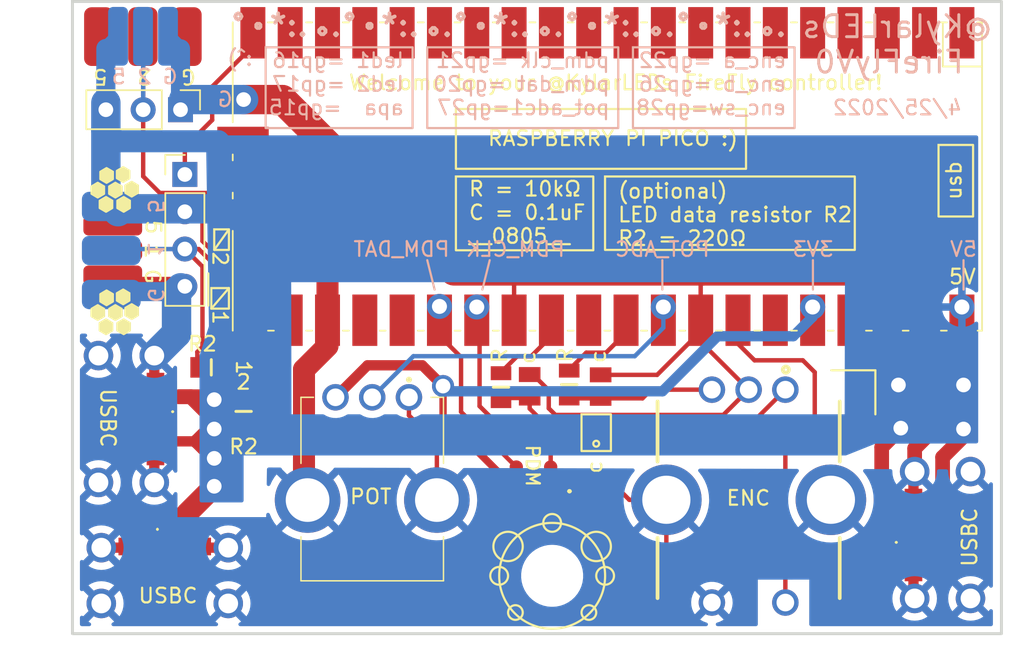
<source format=kicad_pcb>
(kicad_pcb (version 20211014) (generator pcbnew)
  (layers (0 "F.Cu" signal) (31 "B.Cu" signal) (34 "B.Paste" user) (35 "F.Paste" user) (36 "B.SilkS" user "B.Silkscreen") (37 "F.SilkS" user "F.Silkscreen") (38 "B.Mask" user) (39 "F.Mask" user) (44 "Edge.Cuts" user))
  (net 0 "")
  (net 2 "GND")
  (net 6 "LED_DATA_1")
  (net 7 "LED_DATA_2")
  (net 8 "PDM_DATA")
  (net 9 "PDM_CLK")
  (net 10 "ENC_A")
  (net 11 "ENC_B")
  (net 12 "ENC_SW")
  (net 25 "APA_1")
  (net 33 "5V")
  (net 34 "3V3")
  (net 44 "POT_ADC")
  (net 45 "/A")
  (net 46 "/B")
  (footprint "SamacSys_Parts:PEC12R-4XXXF-SXXXX_court" (layer "F.Cu") (at 59.373821 46.82 180)
    (fp_text reference "U1" hide)
    (fp_text value "PEC12R-4215F-S0024" hide)
    (pad "1" thru_hole circle (at -2.5 7.5 180) (size 1.8 1.8) (drill 1.2) (layers *.Cu *.Mask) (net 45 "/A"))
    (pad "2" thru_hole circle (at 2.5 7.5 180) (size 1.8 1.8) (drill 1.2) (layers *.Cu *.Mask) (net 46 "/B"))
    (pad "3" thru_hole circle (at 0 7.5 180) (size 1.8 1.8) (drill 1.2) (layers *.Cu *.Mask) (net 2 "GND"))
    (pad "4" thru_hole circle (at -2.5 -7 180) (size 1.8 1.8) (drill 1.2) (layers *.Cu *.Mask) (net 12 "ENC_SW"))
    (pad "5" thru_hole circle (at 2.5 -7 180) (size 1.8 1.8) (drill 1.2) (layers *.Cu *.Mask) (net 2 "GND"))
    (pad "6" thru_hole circle (at 5.6 0 180) (size 4.8 4.8) (drill 3.28) (layers *.Cu *.Mask) (net 2 "GND"))
    (pad "7" thru_hole circle (at -5.6 0 180) (size 4.8 4.8) (drill 3.28) (layers *.Cu *.Mask) (net 2 "GND"))
  )
  (footprint "Connector_PinHeader_2.54mm:PinHeader_1x04_P2.54mm_Vertical" (layer "F.Cu") (at 21 24.66)
    (fp_text reference "J4" hide)
    (fp_text value "Conn_01x04")
    (pad "1" thru_hole rect (at 0 0) (size 1.7 1.7) (drill 1) (layers *.Cu *.Mask) (net 25 "APA_1"))
    (pad "2" thru_hole oval (at 0 2.54) (size 1.7 1.7) (drill 1) (layers *.Cu *.Mask) (net 33 "5V"))
    (pad "3" thru_hole oval (at 0 5.08) (size 1.7 1.7) (drill 1) (layers *.Cu *.Mask) (net 6 "LED_DATA_1"))
    (pad "4" thru_hole oval (at 0 7.62) (size 1.7 1.7) (drill 1) (layers *.Cu *.Mask) (net 2 "GND"))
  )
  (footprint "SamacSys_Parts:USB4125GFA0190_nosilk" (layer "F.Cu") (at 15.921321 41.32 -90)
    (fp_text reference "J1" hide)
    (fp_text value "USB4125-GF-A-0190" hide)
    (pad "A5" smd rect (at -0.5 -3.08 270) (size 0.7 1.2) (layers "F.Cu" "F.Paste" "F.Mask"))
    (pad "A9" smd rect (at 1.52 -3.08 270) (size 0.76 1.2) (layers "F.Cu" "F.Paste" "F.Mask") (net 33 "5V"))
    (pad "A12" smd rect (at 2.75 -3.08 270) (size 0.8 1.2) (layers "F.Cu" "F.Paste" "F.Mask") (net 2 "GND"))
    (pad "B5" smd rect (at 0.5 -3.08 270) (size 0.7 1.2) (layers "F.Cu" "F.Paste" "F.Mask"))
    (pad "B9" smd rect (at -1.52 -3.08 270) (size 0.76 1.2) (layers "F.Cu" "F.Paste" "F.Mask") (net 33 "5V"))
    (pad "B12" smd rect (at -2.75 -3.08 270) (size 0.8 1.2) (layers "F.Cu" "F.Paste" "F.Mask") (net 2 "GND"))
    (pad "MH1" thru_hole circle (at -4.32 -3 270) (size 2.01 2.01) (drill 1.34) (layers *.Cu *.Mask) (net 2 "GND"))
    (pad "MH2" thru_hole circle (at -4.32 0.8 270) (size 2.01 2.01) (drill 1.34) (layers *.Cu *.Mask) (net 2 "GND"))
    (pad "MH3" thru_hole circle (at 4.32 0.8 270) (size 2.01 2.01) (drill 1.34) (layers *.Cu *.Mask) (net 2 "GND"))
    (pad "MH4" thru_hole circle (at 4.32 -3 270) (size 2.01 2.01) (drill 1.34) (layers *.Cu *.Mask) (net 2 "GND"))
  )
  (footprint "kylarLEDs:ledstrip_3pin_5mm" (layer "F.Cu") (at 16.093821 31.54 180)
    (fp_text reference "LEDS1" hide)
    (fp_text value "ledstrip_3pin_5mm")
    (pad "1" smd roundrect (at 0 0 180) (size 4 1.35) (layers "F.Cu" "F.Paste" "F.Mask") (net 2 "GND"))
    (pad "2" smd roundrect (at 0 1.7 180) (size 4 1.35) (layers "F.Cu" "F.Paste" "F.Mask") (net 6 "LED_DATA_1"))
    (pad "3" smd roundrect (at 0 3.4 180) (size 4 1.35) (layers "F.Cu" "F.Paste" "F.Mask") (net 33 "5V"))
  )
  (footprint "SamacSys_Parts:USB4125GFA0190_nosilk" (layer "F.Cu") (at 73.673821 49.22 90)
    (fp_text reference "J3" hide)
    (fp_text value "USB4125-GF-A-0190" hide)
    (pad "A5" smd rect (at -0.5 -3.08 90) (size 0.7 1.2) (layers "F.Cu" "F.Paste" "F.Mask"))
    (pad "A9" smd rect (at 1.52 -3.08 90) (size 0.76 1.2) (layers "F.Cu" "F.Paste" "F.Mask") (net 33 "5V"))
    (pad "A12" smd rect (at 2.75 -3.08 90) (size 0.8 1.2) (layers "F.Cu" "F.Paste" "F.Mask") (net 2 "GND"))
    (pad "B5" smd rect (at 0.5 -3.08 90) (size 0.7 1.2) (layers "F.Cu" "F.Paste" "F.Mask"))
    (pad "B9" smd rect (at -1.52 -3.08 90) (size 0.76 1.2) (layers "F.Cu" "F.Paste" "F.Mask") (net 33 "5V"))
    (pad "B12" smd rect (at -2.75 -3.08 90) (size 0.8 1.2) (layers "F.Cu" "F.Paste" "F.Mask") (net 2 "GND"))
    (pad "MH1" thru_hole circle (at -4.32 -3 90) (size 2.01 2.01) (drill 1.34) (layers *.Cu *.Mask) (net 2 "GND"))
    (pad "MH2" thru_hole circle (at -4.32 0.8 90) (size 2.01 2.01) (drill 1.34) (layers *.Cu *.Mask) (net 2 "GND"))
    (pad "MH3" thru_hole circle (at 4.32 0.8 90) (size 2.01 2.01) (drill 1.34) (layers *.Cu *.Mask) (net 2 "GND"))
    (pad "MH4" thru_hole circle (at 4.32 -3 90) (size 2.01 2.01) (drill 1.34) (layers *.Cu *.Mask) (net 2 "GND"))
  )
  (footprint "SamacSys_Parts:RESC2012X60N" (layer "F.Cu") (at 25 40.8 90)
    (fp_text reference "R**" hide)
    (fp_text value "RESC2012X60N" hide)
    (pad "1" smd rect locked (at -0.95 0 90) (size 0.95 1.4) (layers "F.Cu" "F.Paste" "F.Mask") (net 7 "LED_DATA_2"))
    (pad "2" smd rect locked (at 0.95 0 90) (size 0.95 1.4) (layers "F.Cu" "F.Paste" "F.Mask") (net 7 "LED_DATA_2"))
  )
  (footprint "SamacSys_Parts:USB4125GFA0190_nosilk" (layer "F.Cu") (at 19.633821 53.0825)
    (fp_text reference "J2" hide)
    (fp_text value "USB4125-GF-A-0190" hide)
    (pad "A5" smd rect (at -0.5 -3.08) (size 0.7 1.2) (layers "F.Cu" "F.Paste" "F.Mask"))
    (pad "A9" smd rect (at 1.52 -3.08) (size 0.76 1.2) (layers "F.Cu" "F.Paste" "F.Mask") (net 33 "5V"))
    (pad "A12" smd rect (at 2.75 -3.08) (size 0.8 1.2) (layers "F.Cu" "F.Paste" "F.Mask") (net 2 "GND"))
    (pad "B5" smd rect (at 0.5 -3.08) (size 0.7 1.2) (layers "F.Cu" "F.Paste" "F.Mask"))
    (pad "B9" smd rect (at -1.52 -3.08) (size 0.76 1.2) (layers "F.Cu" "F.Paste" "F.Mask") (net 33 "5V"))
    (pad "B12" smd rect (at -2.75 -3.08) (size 0.8 1.2) (layers "F.Cu" "F.Paste" "F.Mask") (net 2 "GND"))
    (pad "MH1" thru_hole circle (at -4.32 -3) (size 2.01 2.01) (drill 1.34) (layers *.Cu *.Mask) (net 2 "GND"))
    (pad "MH2" thru_hole circle (at -4.32 0.8) (size 2.01 2.01) (drill 1.34) (layers *.Cu *.Mask) (net 2 "GND"))
    (pad "MH3" thru_hole circle (at 4.32 0.8) (size 2.01 2.01) (drill 1.34) (layers *.Cu *.Mask) (net 2 "GND"))
    (pad "MH4" thru_hole circle (at 4.32 -3) (size 2.01 2.01) (drill 1.34) (layers *.Cu *.Mask) (net 2 "GND"))
  )
  (footprint "Connector_PinHeader_2.54mm:PinHeader_1x03_P2.54mm_Vertical" (layer "F.Cu") (at 20.703821 20.25 -90)
    (fp_text reference "J5" hide)
    (fp_text value "Conn_01x03" hide)
    (pad "1" thru_hole rect (at 0 0 270) (size 1.7 1.7) (drill 1) (layers *.Cu *.Mask) (net 2 "GND"))
    (pad "2" thru_hole oval (at 0 2.54 270) (size 1.7 1.7) (drill 1) (layers *.Cu *.Mask) (net 7 "LED_DATA_2"))
    (pad "3" thru_hole oval (at 0 5.08 270) (size 1.7 1.7) (drill 1) (layers *.Cu *.Mask) (net 33 "5V"))
  )
  (footprint "MCU_RaspberryPi_and_Boards:RPi_Pico_SMD_TH_removes2" (layer "F.Cu") (at 49.76 24.8 -90)
    (fp_text reference "U2" hide)
    (fp_text value "Pico")
    (pad "1" smd rect (at -8.89 -24.13 270) (size 3.5 1.7) (drill (offset -0.9 0)) (layers "F.Cu" "F.Mask"))
    (pad "2" smd rect (at -8.89 -21.59 270) (size 3.5 1.7) (drill (offset -0.9 0)) (layers "F.Cu" "F.Mask"))
    (pad "3" smd rect (at -8.89 -19.05 270) (size 3.5 1.7) (drill (offset -0.9 0)) (layers "F.Cu" "F.Mask"))
    (pad "4" smd rect (at -8.89 -16.51 270) (size 3.5 1.7) (drill (offset -0.9 0)) (layers "F.Cu" "F.Mask"))
    (pad "5" smd rect (at -8.89 -13.97 270) (size 3.5 1.7) (drill (offset -0.9 0)) (layers "F.Cu" "F.Mask"))
    (pad "6" smd rect (at -8.89 -11.43 270) (size 3.5 1.7) (drill (offset -0.9 0)) (layers "F.Cu" "F.Mask"))
    (pad "7" smd rect (at -8.89 -8.89 270) (size 3.5 1.7) (drill (offset -0.9 0)) (layers "F.Cu" "F.Mask"))
    (pad "8" smd rect (at -8.89 -6.35 270) (size 3.5 1.7) (drill (offset -0.9 0)) (layers "F.Cu" "F.Mask"))
    (pad "9" smd rect (at -8.89 -3.81 270) (size 3.5 1.7) (drill (offset -0.9 0)) (layers "F.Cu" "F.Mask"))
    (pad "10" smd rect (at -8.89 -1.27 270) (size 3.5 1.7) (drill (offset -0.9 0)) (layers "F.Cu" "F.Mask"))
    (pad "11" smd rect (at -8.89 1.27 270) (size 3.5 1.7) (drill (offset -0.9 0)) (layers "F.Cu" "F.Mask"))
    (pad "12" smd rect (at -8.89 3.81 270) (size 3.5 1.7) (drill (offset -0.9 0)) (layers "F.Cu" "F.Mask"))
    (pad "13" smd rect (at -8.89 6.35 270) (size 3.5 1.7) (drill (offset -0.9 0)) (layers "F.Cu" "F.Mask"))
    (pad "14" smd rect (at -8.89 8.89 270) (size 3.5 1.7) (drill (offset -0.9 0)) (layers "F.Cu" "F.Mask"))
    (pad "15" smd rect (at -8.89 11.43 270) (size 3.5 1.7) (drill (offset -0.9 0)) (layers "F.Cu" "F.Mask"))
    (pad "16" smd rect (at -8.89 13.97 270) (size 3.5 1.7) (drill (offset -0.9 0)) (layers "F.Cu" "F.Mask"))
    (pad "17" smd rect (at -8.89 16.51 270) (size 3.5 1.7) (drill (offset -0.9 0)) (layers "F.Cu" "F.Mask"))
    (pad "18" smd rect (at -8.89 19.05 270) (size 3.5 1.7) (drill (offset -0.9 0)) (layers "F.Cu" "F.Mask"))
    (pad "19" smd rect (at -8.89 21.59 270) (size 3.5 1.7) (drill (offset -0.9 0)) (layers "F.Cu" "F.Mask"))
    (pad "20" smd rect (at -8.89 24.13 270) (size 3.5 1.7) (drill (offset -0.9 0)) (layers "F.Cu" "F.Mask") (net 25 "APA_1"))
    (pad "21" smd rect (at 8.89 24.13 270) (size 3.5 1.7) (drill (offset 0.9 0)) (layers "F.Cu" "F.Mask") (net 6 "LED_DATA_1"))
    (pad "22" smd rect (at 8.89 21.59 270) (size 3.5 1.7) (drill (offset 0.9 0)) (layers "F.Cu" "F.Mask") (net 7 "LED_DATA_2"))
    (pad "23" smd rect (at 8.89 19.05 270) (size 3.5 1.7) (drill (offset 0.9 0)) (layers "F.Cu" "F.Mask") (net 2 "GND"))
    (pad "24" smd rect (at 8.89 16.51 270) (size 3.5 1.7) (drill (offset 0.9 0)) (layers "F.Cu" "F.Mask"))
    (pad "25" smd rect (at 8.89 13.97 270) (size 3.5 1.7) (drill (offset 0.9 0)) (layers "F.Cu" "F.Mask"))
    (pad "26" smd rect (at 8.89 11.43 270) (size 3.5 1.7) (drill (offset 0.9 0)) (layers "F.Cu" "F.Mask") (net 8 "PDM_DATA"))
    (pad "26" thru_hole oval (at 8.85 11.43 270) (size 1.7 1.7) (drill 1.02) (layers *.Cu *.Mask) (net 8 "PDM_DATA"))
    (pad "27" thru_hole oval (at 8.89 8.89 270) (size 1.7 1.7) (drill 1.02) (layers *.Cu *.Mask) (net 9 "PDM_CLK"))
    (pad "27" smd rect (at 8.89 8.89 270) (size 3.5 1.7) (drill (offset 0.9 0)) (layers "F.Cu" "F.Mask") (net 9 "PDM_CLK"))
    (pad "28" smd rect (at 8.89 6.35 270) (size 3.5 1.7) (drill (offset 0.9 0)) (layers "F.Cu" "F.Mask") (net 2 "GND"))
    (pad "29" smd rect (at 8.89 3.81 270) (size 3.5 1.7) (drill (offset 0.9 0)) (layers "F.Cu" "F.Mask") (net 10 "ENC_A"))
    (pad "30" smd rect (at 8.89 1.27 270) (size 3.5 1.7) (drill (offset 0.9 0)) (layers "F.Cu" "F.Mask"))
    (pad "31" smd rect (at 8.89 -1.27 270) (size 3.5 1.7) (drill (offset 0.9 0)) (layers "F.Cu" "F.Mask") (net 11 "ENC_B"))
    (pad "32" thru_hole oval (at 8.89 -3.81 270) (size 1.7 1.7) (drill 1.02) (layers *.Cu *.Mask) (net 44 "POT_ADC"))
    (pad "32" smd rect (at 8.89 -3.81 270) (size 3.5 1.7) (drill (offset 0.9 0)) (layers "F.Cu" "F.Mask") (net 44 "POT_ADC"))
    (pad "33" smd rect (at 8.89 -6.35 270) (size 3.5 1.7) (drill (offset 0.9 0)) (layers "F.Cu" "F.Mask") (net 2 "GND"))
    (pad "34" smd rect (at 8.89 -8.89 270) (size 3.5 1.7) (drill (offset 0.9 0)) (layers "F.Cu" "F.Mask") (net 12 "ENC_SW"))
    (pad "35" smd rect (at 8.89 -11.43 270) (size 3.5 1.7) (drill (offset 0.9 0)) (layers "F.Cu" "F.Mask"))
    (pad "36" thru_hole oval (at 8.89 -13.97 270) (size 1.7 1.7) (drill 1.02) (layers *.Cu *.Mask) (net 34 "3V3"))
    (pad "36" smd rect (at 8.89 -13.97 270) (size 3.5 1.7) (drill (offset 0.9 0)) (layers "F.Cu" "F.Mask") (net 34 "3V3"))
    (pad "37" smd rect (at 8.89 -16.51 270) (size 3.5 1.7) (drill (offset 0.9 0)) (layers "F.Cu" "F.Mask"))
    (pad "38" smd rect (at 8.89 -19.05 270) (size 3.5 1.7) (drill (offset 0.9 0)) (layers "F.Cu" "F.Mask") (net 2 "GND"))
    (pad "39" smd rect (at 8.89 -21.59 270) (size 3.5 1.7) (drill (offset 0.9 0)) (layers "F.Cu" "F.Mask"))
    (pad "40" thru_hole oval (at 8.89 -24.13 270) (size 1.7 1.7) (drill 1.02) (layers *.Cu *.Mask) (net 33 "5V"))
    (pad "40" smd rect (at 8.89 -24.13 270) (size 3.5 1.7) (drill (offset 0.9 0)) (layers "F.Cu" "F.Mask") (net 33 "5V"))
    (pad "41" smd rect (at -2.54 23.9) (size 3.5 1.7) (drill (offset -0.9 0)) (layers "F.Cu" "F.Mask"))
    (pad "42" smd rect (at 0 23.9) (size 3.5 1.7) (drill (offset -0.9 0)) (layers "F.Cu" "F.Mask"))
    (pad "43" smd rect (at 2.54 23.9) (size 3.5 1.7) (drill (offset -0.9 0)) (layers "F.Cu" "F.Mask"))
  )
  (footprint "SamacSys_Parts:RESC2012X60N" (layer "F.Cu") (at 47.16 38.97 -90)
    (fp_text reference "R2" hide)
    (fp_text value "RC0805JR-071M6L" hide)
    (pad "1" smd rect locked (at -0.95 0 270) (size 0.95 1.4) (layers "F.Cu" "F.Paste" "F.Mask") (net 11 "ENC_B"))
    (pad "2" smd rect locked (at 0.95 0 270) (size 0.95 1.4) (layers "F.Cu" "F.Paste" "F.Mask") (net 46 "/B"))
  )
  (footprint "SamacSys_Parts:RESC2012X60N" (layer "F.Cu") (at 22.8 37.8)
    (fp_text reference "R**" hide)
    (fp_text value "RESC2012X60N" hide)
    (pad "1" smd rect locked (at -0.95 0) (size 0.95 1.4) (layers "F.Cu" "F.Paste" "F.Mask") (net 6 "LED_DATA_1"))
    (pad "2" smd rect locked (at 0.95 0) (size 0.95 1.4) (layers "F.Cu" "F.Paste" "F.Mask") (net 6 "LED_DATA_1"))
  )
  (footprint "SamacSys_Parts:PTV09A4020FB103" (layer "F.Cu") (at 33.753821 45.44 180)
    (fp_text reference "VR1" hide)
    (fp_text value "PTV09A-4020F-B104" hide)
    (pad "1" thru_hole circle locked (at -2.5 5.6 180) (size 1.8 1.8) (drill 1.2) (layers *.Cu *.Mask) (net 2 "GND"))
    (pad "2" thru_hole circle locked (at 0 5.6 180) (size 1.8 1.8) (drill 1.2) (layers *.Cu *.Mask) (net 44 "POT_ADC"))
    (pad "3" thru_hole circle locked (at 2.5 5.6 180) (size 1.8 1.8) (drill 1.2) (layers *.Cu *.Mask) (net 34 "3V3"))
    (pad "4" thru_hole circle locked (at -4.4 -1.4 180) (size 4.46 4.46) (drill 2.9732) (layers *.Cu *.Mask) (net 2 "GND"))
    (pad "5" thru_hole circle locked (at 4.4 -1.4 180) (size 4.46 4.46) (drill 2.9732) (layers *.Cu *.Mask) (net 2 "GND"))
  )
  (footprint "kylarLEDs:ledstrip_3pin_10mm" (layer "F.Cu") (at 23.143821 15.27 -90)
    (fp_text reference "LEDS2" hide)
    (fp_text value "ledstrip_3pin_10mm" hide)
    (pad "1" smd roundrect (at 0 2 270) (size 4 2) (layers "F.Cu" "F.Paste" "F.Mask") (net 2 "GND"))
    (pad "2" smd roundrect (at 0 5 270) (size 4 2) (layers "F.Cu" "F.Paste" "F.Mask") (net 7 "LED_DATA_2"))
    (pad "3" smd roundrect (at 0 8 270) (size 4 2) (layers "F.Cu" "F.Paste" "F.Mask") (net 33 "5V"))
  )
  (footprint "SamacSys_Parts:CMM4737DT26186TR" (layer "F.Cu") (at 44.73 44.59 180)
    (fp_text reference "MK1" hide)
    (fp_text value "CMM-4737DT-26186-TR" hide)
    (pad "1" smd circle locked (at -1.17 -1.65 270) (size 0.91 0.91) (layers "F.Cu" "F.Paste" "F.Mask") (net 2 "GND"))
    (pad "2" smd circle locked (at -1.17 0 270) (size 0.91 0.91) (layers "F.Cu" "F.Paste" "F.Mask") (net 2 "GND"))
    (pad "3" smd circle locked (at -1.17 1.65 270) (size 0.91 0.91) (layers "F.Cu" "F.Paste" "F.Mask") (net 2 "GND"))
    (pad "4" smd circle locked (at 1.17 1.65 270) (size 0.91 0.91) (layers "F.Cu" "F.Paste" "F.Mask") (net 9 "PDM_CLK"))
    (pad "5" smd circle locked (at 1.17 0 270) (size 0.91 0.91) (layers "F.Cu" "F.Paste" "F.Mask") (net 8 "PDM_DATA"))
    (pad "6" smd oval locked (at 1.07 -1.55 225) (size 0.91 1.11) (layers "F.Cu" "F.Paste" "F.Mask") (net 34 "3V3"))
  )
  (footprint "SamacSys_Parts:CAPC2012X88N" (layer "F.Cu") (at 48.97 46.43 90)
    (fp_text reference "C3" hide)
    (fp_text value "C0805C104M5RAC" hide)
    (pad "1" smd rect locked (at -0.8 0 90) (size 1.02 1.47) (layers "F.Cu" "F.Paste" "F.Mask") (net 34 "3V3"))
    (pad "2" smd rect locked (at 0.8 0 90) (size 1.02 1.47) (layers "F.Cu" "F.Paste" "F.Mask") (net 2 "GND"))
  )
  (footprint "MountingHole:MountingHole_3.2mm_M3_ISO7380" (layer "F.Cu") (at 46 52)
    (fp_text reference "REF**" hide)
    (fp_text value "MountingHole_3.2mm_M3_ISO7380")
    (pad "" np_thru_hole circle (at 0 0) (size 3.2 3.2) (drill 3.2) (layers *.Cu *.Mask))
  )
  (footprint "SamacSys_Parts:RESC2012X60N" (layer "F.Cu") (at 42.52 39.15 -90)
    (fp_text reference "R1" hide)
    (fp_text value "RC0805JR-071M6L" hide)
    (pad "1" smd rect locked (at -0.95 0 270) (size 0.95 1.4) (layers "F.Cu" "F.Paste" "F.Mask") (net 10 "ENC_A"))
    (pad "2" smd rect locked (at 0.95 0 270) (size 0.95 1.4) (layers "F.Cu" "F.Paste" "F.Mask") (net 45 "/A"))
  )
  (footprint "SamacSys_Parts:CAPC2012X88N" (layer "F.Cu") (at 44.47 39.09 -90)
    (fp_text reference "C1" hide)
    (fp_text value "C0805C104M5RAC" hide)
    (pad "1" smd rect locked (at -0.8 0 270) (size 1.02 1.47) (layers "F.Cu" "F.Paste" "F.Mask") (net 2 "GND"))
    (pad "2" smd rect locked (at 0.8 0 270) (size 1.02 1.47) (layers "F.Cu" "F.Paste" "F.Mask") (net 45 "/A"))
  )
  (footprint "SamacSys_Parts:CAPC2012X88N" (layer "F.Cu") (at 49.3 39.11 90)
    (fp_text reference "C2" hide)
    (fp_text value "C0805C104M5RAC" hide)
    (pad "1" smd rect locked (at -0.8 0 90) (size 1.02 1.47) (layers "F.Cu" "F.Paste" "F.Mask") (net 46 "/B"))
    (pad "2" smd rect locked (at 0.8 0 90) (size 1.02 1.47) (layers "F.Cu" "F.Paste" "F.Mask") (net 2 "GND"))
  )
  (footprint "kylarLEDs:ledstrip_3pin_5mm" (layer "B.Cu") (at 19.853821 15.25 90)
    (fp_text reference "LEDS3" hide)
    (fp_text value "ledstrip_3pin_5mm" hide)
    (pad "1" smd roundrect (at 0 0 90) (size 4 1.35) (layers "B.Cu" "B.Paste" "B.Mask") (net 2 "GND"))
    (pad "2" smd roundrect (at 0 -1.7 90) (size 4 1.35) (layers "B.Cu" "B.Paste" "B.Mask") (net 7 "LED_DATA_2"))
    (pad "3" smd roundrect (at 0 -3.4 90) (size 4 1.35) (layers "B.Cu" "B.Paste" "B.Mask") (net 33 "5V"))
  )
  (footprint "kylarLEDs:ledstrip_3pin_10mm" (layer "B.Cu") (at 15.993821 34.84)
    (fp_text reference "LEDS4" hide)
    (fp_text value "ledstrip_3pin_10mm")
    (pad "1" smd roundrect (at 0 -2) (size 4 2) (layers "B.Cu" "B.Paste" "B.Mask") (net 2 "GND"))
    (pad "2" smd roundrect (at 0 -5) (size 4 2) (layers "B.Cu" "B.Paste" "B.Mask") (net 6 "LED_DATA_1"))
    (pad "3" smd roundrect (at 0 -8) (size 4 2) (layers "B.Cu" "B.Paste" "B.Mask") (net 33 "5V"))
  )
  (gr_line (start 53.5 32.5) (end 53.5 30.5) (layer "B.SilkS") (width 0.15))
  (gr_line (start 38 32.5) (end 37.5 30.5) (layer "B.SilkS") (width 0.15))
  (gr_rect (start 37.5 16) (end 50.5 21.5) (layer "B.SilkS") (width 0.15) (fill none))
  (gr_rect (start 51.5 16) (end 62.5 21.5) (layer "B.SilkS") (width 0.15) (fill none))
  (gr_line (start 41.75 30.5) (end 41.25 32.5) (layer "B.SilkS") (width 0.15))
  (gr_line (start 63.75 32.5) (end 63.75 30.5) (layer "B.SilkS") (width 0.15))
  (gr_rect (start 26.5 16) (end 36.5 21.5) (layer "B.SilkS") (width 0.15) (fill none))
  (gr_line (start 74 32.5) (end 74 30.5) (layer "B.SilkS") (width 0.15))
  (gr_circle (center 48.5 54.5) (end 48 54.5) (layer "F.SilkS") (width 0.15) (fill none))
  (gr_poly (pts (xy 15.637194 26.199316) (xy 16.057194 26.449316) (xy 16.057194 26.949316) (xy 15.637194 27.199316) (xy 15.207194 26.949316) (xy 15.207194 26.449316)) (layer "F.SilkS") (width 0.15) (fill solid))
  (gr_poly (pts (xy 15.67 25.227692) (xy 15.25 24.977692) (xy 15.25 24.477692) (xy 15.67 24.227692) (xy 16.1 24.477692) (xy 16.1 24.977692)) (layer "F.SilkS") (width 0.15) (fill solid))
  (gr_poly (pts (xy 15.67 33.564188) (xy 15.25 33.314188) (xy 15.25 32.814188) (xy 15.67 32.564188) (xy 16.1 32.814188) (xy 16.1 33.314188)) (layer "F.SilkS") (width 0.15) (fill solid))
  (gr_rect (start 49.6 24.8) (end 66.6 29.8) (layer "F.SilkS") (width 0.15) (fill none))
  (gr_rect (start 23 28.4) (end 24 29.8) (layer "F.SilkS") (width 0.15) (fill none))
  (gr_poly (pts (xy 16.803597 24.163504) (xy 17.223597 24.413504) (xy 17.223597 24.913504) (xy 16.803597 25.163504) (xy 16.373597 24.913504) (xy 16.373597 24.413504)) (layer "F.SilkS") (width 0.15) (fill solid))
  (gr_circle (center 43.5 54.5) (end 44 54.5) (layer "F.SilkS") (width 0.15) (fill none))
  (gr_circle (center 49 50) (end 48 50) (layer "F.SilkS") (width 0.15) (fill none))
  (gr_poly (pts (xy 16.27 26.227692) (xy 15.85 25.977692) (xy 15.85 25.477692) (xy 16.27 25.227692) (xy 16.7 25.477692) (xy 16.7 25.977692)) (layer "F.SilkS") (width 0.15) (fill solid))
  (gr_poly (pts (xy 15.07 34.564188) (xy 14.65 34.314188) (xy 14.65 33.814188) (xy 15.07 33.564188) (xy 15.5 33.814188) (xy 15.5 34.314188)) (layer "F.SilkS") (width 0.15) (fill solid))
  (gr_poly (pts (xy 17.383597 33.5) (xy 17.803597 33.75) (xy 17.803597 34.25) (xy 17.383597 34.5) (xy 16.953597 34.25) (xy 16.953597 33.75)) (layer "F.SilkS") (width 0.15) (fill solid))
  (gr_circle (center 42.394449 52) (end 43 52) (layer "F.SilkS") (width 0.15) (fill none))
  (gr_line (start 22.6 31.4) (end 22.6 33.6) (layer "F.SilkS") (width 0.15))
  (gr_poly (pts (xy 17.383597 25.163504) (xy 17.803597 25.413504) (xy 17.803597 25.913504) (xy 17.383597 26.163504) (xy 16.953597 25.913504) (xy 16.953597 25.413504)) (layer "F.SilkS") (width 0.15) (fill solid))
  (gr_circle (center 49 43) (end 49 42.8) (layer "F.SilkS") (width 0.15) (fill none))
  (gr_rect (start 72.3 22.65) (end 74.65 27.525) (layer "F.SilkS") (width 0.15) (fill none))
  (gr_poly (pts (xy 16.837194 34.535812) (xy 17.257194 34.785812) (xy 17.257194 35.285812) (xy 16.837194 35.535812) (xy 16.407194 35.285812) (xy 16.407194 34.785812)) (layer "F.SilkS") (width 0.15) (fill solid))
  (gr_line (start 22.8 33.8) (end 24 32.4) (layer "F.SilkS") (width 0.15))
  (gr_rect (start 39.45 20.2) (end 59.196164 24.275) (layer "F.SilkS") (width 0.15) (fill none))
  (gr_circle (center 43 50) (end 44 50) (layer "F.SilkS") (width 0.15) (fill none))
  (gr_line (start 68 38) (end 68 41) (layer "F.SilkS") (width 0.15))
  (gr_rect (start 48 41) (end 50 43.5) (layer "F.SilkS") (width 0.15) (fill none))
  (gr_rect (start 22.8 32.4) (end 24 33.8) (layer "F.SilkS") (width 0.15) (fill none))
  (gr_circle (center 46 52) (end 48 55) (layer "F.SilkS") (width 0.15) (fill none))
  (gr_poly (pts (xy 16.837194 26.199316) (xy 17.257194 26.449316) (xy 17.257194 26.949316) (xy 16.837194 27.199316) (xy 16.407194 26.949316) (xy 16.407194 26.449316)) (layer "F.SilkS") (width 0.15) (fill solid))
  (gr_poly (pts (xy 16.803597 32.5) (xy 17.223597 32.75) (xy 17.223597 33.25) (xy 16.803597 33.5) (xy 16.373597 33.25) (xy 16.373597 32.75)) (layer "F.SilkS") (width 0.15) (fill solid))
  (gr_poly (pts (xy 16.27 34.564188) (xy 15.85 34.314188) (xy 15.85 33.814188) (xy 16.27 33.564188) (xy 16.7 33.814188) (xy 16.7 34.314188)) (layer "F.SilkS") (width 0.15) (fill solid))
  (gr_poly (pts (xy 15.637194 34.535812) (xy 16.057194 34.785812) (xy 16.057194 35.285812) (xy 15.637194 35.535812) (xy 15.207194 35.285812) (xy 15.207194 34.785812)) (layer "F.SilkS") (width 0.15) (fill solid))
  (gr_line (start 23 29.8) (end 24 28.4) (layer "F.SilkS") (width 0.15))
  (gr_poly (pts (xy 15.07 26.227692) (xy 14.65 25.977692) (xy 14.65 25.477692) (xy 15.07 25.227692) (xy 15.5 25.477692) (xy 15.5 25.977692)) (layer "F.SilkS") (width 0.15) (fill solid))
  (gr_circle (center 46 48.394449) (end 46 49) (layer "F.SilkS") (width 0.15) (fill none))
  (gr_rect (start 39.45 24.8) (end 48.8 29.825) (layer "F.SilkS") (width 0.15) (fill none))
  (gr_circle (center 49.605551 52) (end 49 52) (layer "F.SilkS") (width 0.15) (fill none))
  (gr_line (start 65 38) (end 68 38) (layer "F.SilkS") (width 0.15))
  (gr_rect (start 13.35 12.877253) (end 76.58 55.94) (layer "Edge.Cuts") (width 0.2) (fill none))
  (gr_text ".。.:*・°.。.:*・°.。.:*・°.。.:*・°.。.:*・°" (at 43 14.5) (layer "B.SilkS") (effects (font (size 1.5 1.5) (thickness 0.25)) (justify mirror)))
  (gr_text "5" (at 16.5 18) (layer "B.SilkS") (effects (font (size 1 1)) (justify mirror)))
  (gr_text "5V" (at 74 29.75) (layer "B.SilkS") (effects (font (size 1 1)) (justify mirror)))
  (gr_text "4/25/2022" (at 69.497929 20.11) (layer "B.SilkS") (effects (font (size 1 1)) (justify mirror)))
  (gr_text "3V3" (at 63.75 29.75) (layer "B.SilkS") (effects (font (size 1 1)) (justify mirror)))
  (gr_text "led1 =gp16\nled2 =gp17\napa  =gp15" (at 36 18.5) (layer "B.SilkS") (effects (font (size 1 1)) (justify left mirror)))
  (gr_text "2" (at 18.25 18) (layer "B.SilkS") (effects (font (size 1 1)) (justify mirror)))
  (gr_text "PDM_DAT" (at 35.75 29.75) (layer "B.SilkS") (effects (font (size 1 1)) (justify mirror)))
  (gr_text ":^)" (at 24.75 16.75) (layer "B.SilkS") (effects (font (size 1 1)) (justify mirror)))
  (gr_text "POT_ADC" (at 53.5 29.75) (layer "B.SilkS") (effects (font (size 1 1)) (justify mirror)))
  (gr_text "5" (at 19 26.825 270) (layer "B.SilkS") (effects (font (size 1 1)) (justify mirror)))
  (gr_text "enc_a =gp22\nenc_b =gp26\nenc_sw=gp28\n" (at 62 18.5) (layer "B.SilkS") (effects (font (size 1 1)) (justify left mirror)))
  (gr_text "@KylarLEDs\n FireFlyV0" (at 69.5 15.8) (layer "B.SilkS") (effects (font (size 1.5 1.5) (thickness 0.2)) (justify mirror)))
  (gr_text "G" (at 23.75 19.549517) (layer "B.SilkS") (effects (font (size 1 1)) (justify mirror)))
  (gr_text "pdm_clk =gp21\npdm_dat =gp20\npot_adc1=gp27" (at 50 18.5) (layer "B.SilkS") (effects (font (size 1 1)) (justify left mirror)))
  (gr_text "G" (at 19 32.9 270) (layer "B.SilkS") (effects (font (size 1 1)) (justify mirror)))
  (gr_text "PDM_CLK\n" (at 43.5 29.75) (layer "B.SilkS") (effects (font (size 1 1)) (justify mirror)))
  (gr_text "G" (at 20 18) (layer "B.SilkS") (effects (font (size 1 1)) (justify mirror)))
  (gr_text "1" (at 19 29.75 270) (layer "B.SilkS") (effects (font (size 1 1)) (justify mirror)))
  (gr_text "2" (at 25 38.8) (layer "F.SilkS") (effects (font (size 1 1))))
  (gr_text "USBC\n" (at 19.854094 53.354376) (layer "F.SilkS") (effects (font (size 1 1))))
  (gr_text "R2" (at 25 43.2) (layer "F.SilkS") (effects (font (size 1 1))))
  (gr_text "ENC" (at 59.35 46.7) (layer "F.SilkS") (effects (font (size 1 1))))
  (gr_text "POT" (at 33.65 46.6) (layer "F.SilkS") (effects (font (size 1 1))))
  (gr_text "PDM" (at 44.675 44.5 270) (layer "F.SilkS") (effects (font (size 0.9 0.9))))
  (gr_text "RASPBERRY PI PICO :)" (at 50.1375 22.2) (layer "F.SilkS") (effects (font (size 1 1))))
  (gr_text "2" (at 18.25 18 180) (layer "F.SilkS") (effects (font (size 1 1))))
  (gr_text "c" (at 44.34 37.13 90) (layer "F.SilkS") (effects (font (size 1 1))))
  (gr_text "1" (at 23.4 34.4 270) (layer "F.SilkS") (effects (font (size 1 1))))
  (gr_text "c" (at 48.89 44.6 90) (layer "F.SilkS") (effects (font (size 1 1))))
  (gr_text "c" (at 49.14 37.07 90) (layer "F.SilkS") (effects (font (size 1 1))))
  (gr_text "5V" (at 73.925 31.625) (layer "F.SilkS") (effects (font (size 1 1))))
  (gr_text "5" (at 15.25 18 180) (layer "F.SilkS") (effects (font (size 1 1))))
  (gr_text "R = 10kΩ\nC = 0.1uF\n__0805__" (at 40.25 27.25) (layer "F.SilkS") (effects (font (size 1 1)) (justify left)))
  (gr_text "USBC" (at 74.415127 49.371054 90) (layer "F.SilkS") (effects (font (size 1 1))))
  (gr_text "USBC" (at 15.765947 41.247173 270) (layer "F.SilkS") (effects (font (size 1 1))))
  (gr_text "R" (at 46.88 36.96 90) (layer "F.SilkS") (effects (font (size 1 1))))
  (gr_text "1" (at 18.8 29.9 270) (layer "F.SilkS") (effects (font (size 1 1))))
  (gr_text "1" (at 25 37.8 270) (layer "F.SilkS") (effects (font (size 1 1))))
  (gr_text "Welcome to your @KylarLEDs FireFly controller!" (at 50.325 18.4) (layer "F.SilkS") (effects (font (size 1 1))))
  (gr_text "R2" (at 22.2 36.2) (layer "F.SilkS") (effects (font (size 1 1))))
  (gr_text "R" (at 42.42 37 90) (layer "F.SilkS") (effects (font (size 1 1))))
  (gr_text "2" (at 23.4 30.4 270) (layer "F.SilkS") (effects (font (size 1 1))))
  (gr_text "G" (at 21.25 18 180) (layer "F.SilkS") (effects (font (size 1 1))))
  (gr_text "5" (at 18.85 28.25 270) (layer "F.SilkS") (effects (font (size 1 1))))
  (gr_text "G" (at 18.8 31.6 270) (layer "F.SilkS") (effects (font (size 1 1))))
  (gr_text "(optional)\nLED data resistor R2\nR2 = 220Ω" (at 50.4 27.4) (layer "F.SilkS") (effects (font (size 1 1)) (justify left)))
  (gr_text "usb\n" (at 73.35 25.075 90) (layer "F.SilkS") (effects (font (size 1 1))))
  (segment (start 70.593821 53.46) (end 70.673821 53.54) (width 0.7) (layer "F.Cu") (net 2))
  (segment (start 29.353821 46.84) (end 29.11 46.596179) (width 1.3) (layer "F.Cu") (net 2))
  (segment (start 18.921321 38.49) (end 19.001321 38.57) (width 0.7) (layer "F.Cu") (net 2))
  (segment (start 53.773821 50.72) (end 56.873821 53.82) (width 0.3) (layer "F.Cu") (net 2))
  (segment (start 30.71 36.349022) (end 30.71 33.69) (width 1.3) (layer "F.Cu") (net 2))
  (segment (start 22.463821 50.0825) (end 22.383821 50.0025) (width 0.7) (layer "F.Cu") (net 2))
  (segment (start 20.703821 20.25) (end 20.703821 15.71) (width 1) (layer "F.Cu") (net 2))
  (segment (start 59.373821 39.32) (end 56.11 36.056179) (width 0.3) (layer "F.Cu") (net 2))
  (segment (start 29.11 37.949022) (end 30.71 36.349022) (width 1.5) (layer "F.Cu") (net 2))
  (segment (start 25 19.56) (end 27.633821 19.56) (width 2) (layer "F.Cu") (net 2))
  (segment (start 38.64 30.55) (end 39.32 31.23) (width 1.5) (layer "F.Cu") (net 2))
  (segment (start 36.253821 39.84) (end 36.253821 41.073821) (width 0.3) (layer "F.Cu") (net 2))
  (segment (start 50.06 45.63) (end 49.314022 45.63) (width 0.3) (layer "F.Cu") (net 2))
  (segment (start 16.833821 32.28) (end 16.093821 31.54) (width 1) (layer "F.Cu") (net 2))
  (segment (start 39.32 31.23) (end 43.42 31.23) (width 2) (layer "F.Cu") (net 2))
  (segment (start 45.77 39.365) (end 44.695 38.29) (width 0.3) (layer "F.Cu") (net 2))
  (segment (start 70.673821 43.326179) (end 72 42) (width 1) (layer "F.Cu") (net 2))
  (segment (start 18.921321 44.15) (end 19.001321 44.07) (width 0.7) (layer "F.Cu") (net 2))
  (segment (start 38.153821 42.973821) (end 38.153821 46.84) (width 0.3) (layer "F.Cu") (net 2))
  (segment (start 43.41 33.69) (end 43.41 31.24) (width 0.3) (layer "F.Cu") (net 2))
  (segment (start 49.314022 45.63) (end 46.53 45.63) (width 0.3) (layer "F.Cu") (net 2))
  (segment (start 56.11 31.34) (end 56.22 31.23) (width 0.3) (layer "F.Cu") (net 2))
  (segment (start 70.673821 44.9) (end 70.673821 43.326179) (width 1) (layer "F.Cu") (net 2))
  (segment (start 68.81 32.630978) (end 68.81 33.69) (width 1.5) (layer "F.Cu") (net 2))
  (segment (start 18.921321 37) (end 18.921321 38.49) (width 0.7) (layer "F.Cu") (net 2))
  (segment (start 70.593821 44.98) (end 70.673821 44.9) (width 0.7) (layer "F.Cu") (net 2))
  (segment (start 27.633821 19.56) (end 38.743821 30.67) (width 2) (layer "F.Cu") (net 2))
  (segment (start 36.253821 41.073821) (end 38.153821 42.973821) (width 0.3) (layer "F.Cu") (net 2))
  (segment (start 53.773821 46.82) (end 51.25 46.82) (width 0.3) (layer "F.Cu") (net 2))
  (segment (start 18.921321 45.64) (end 18.921321 44.15) (width 0.7) (layer "F.Cu") (net 2))
  (segment (start 29.11 46.596179) (end 29.11 37.949022) (width 1.5) (layer "F.Cu") (net 2))
  (segment (start 70.593821 46.47) (end 70.593821 44.98) (width 0.7) (layer "F.Cu") (net 2))
  (segment (start 53.773821 46.82) (end 53.773821 50.72) (width 0.3) (layer "F.Cu") (net 2))
  (segment (start 46.53 45.63) (end 45.77 46.39) (width 0.3) (layer "F.Cu") (net 2))
  (segment (start 16.803821 50.0825) (end 16.883821 50.0025) (width 0.7) (layer "F.Cu") (net 2))
  (segment (start 56.22 31.23) (end 67.409022 31.23) (width 2) (layer "F.Cu") (net 2))
  (segment (start 56.11 36.056179) (end 56.11 33.69) (width 0.3) (layer "F.Cu") (net 2))
  (segment (start 51.25 46.82) (end 50.06 45.63) (width 0.3) (layer "F.Cu") (net 2))
  (segment (start 44.695 38.29) (end 44.47 38.29) (width 0.3) (layer "F.Cu") (net 2))
  (segment (start 21 32.28) (end 16.833821 32.28) (width 1.3) (layer "F.Cu") (net 2))
  (segment (start 46.22 41.04) (end 45.77 40.59) (width 0.3) (layer "F.Cu") (net 2))
  (segment (start 56.11 35.349022) (end 53.149022 38.31) (width 0.3) (layer "F.Cu") (net 2))
  (segment (start 45.77 40.59) (end 45.77 39.365) (width 0.3) (layer "F.Cu") (net 2))
  (segment (start 56.11 33.69) (end 56.11 35.349022) (width 0.3) (layer "F.Cu") (net 2))
  (segment (start 67.409022 31.23) (end 68.81 32.630978) (width 1.5) (layer "F.Cu") (net 2))
  (segment (start 57.653821 41.04) (end 46.22 41.04) (width 0.3) (layer "F.Cu") (net 2))
  (segment (start 23.953821 50.0825) (end 22.463821 50.0825) (width 0.7) (layer "F.Cu") (net 2))
  (segment (start 59.373821 39.32) (end 57.653821 41.04) (width 0.3) (layer "F.Cu") (net 2))
  (segment (start 70.593821 51.97) (end 70.593821 53.46) (width 0.7) (layer "F.Cu") (net 2))
  (segment (start 43.42 31.23) (end 56.22 31.23) (width 2) (layer "F.Cu") (net 2))
  (segment (start 68.81 35.81) (end 68.81 33.69) (width 1) (layer "F.Cu") (net 2))
  (segment (start 43.41 31.24) (end 43.42 31.23) (width 0.3) (layer "F.Cu") (net 2))
  (segment (start 20.703821 15.71) (end 21.143821 15.27) (width 1) (layer "F.Cu") (net 2))
  (segment (start 49.314022 45.63) (end 48.97 45.63) (width 0.3) (layer "F.Cu") (net 2))
  (segment (start 30.71 22.636179) (end 30.71 33.69) (width 1.5) (layer "F.Cu") (net 2))
  (segment (start 72 42) (end 72 39) (width 1) (layer "F.Cu") (net 2))
  (segment (start 56.11 33.69) (end 56.11 31.34) (width 0.3) (layer "F.Cu") (net 2))
  (segment (start 45.9 46.24) (end 45.9 42.94) (width 0.3) (layer "F.Cu") (net 2))
  (segment (start 53.149022 38.31) (end 49.3 38.31) (width 0.3) (layer "F.Cu") (net 2))
  (segment (start 15.313821 50.0825) (end 16.803821 50.0825) (width 0.7) (layer "F.Cu") (net 2))
  (segment (start 27.633821 19.56) (end 30.71 22.636179) (width 1.5) (layer "F.Cu") (net 2))
  (segment (start 72 39) (end 68.81 35.81) (width 1) (layer "F.Cu") (net 2))
  (via (at 25 19.56) (size 1.5) (drill 1) (layers "F.Cu" "B.Cu") (net 2))
  (segment (start 20.72 32.38) (end 20.433821 32.666179) (width 2) (layer "B.Cu") (net 2))
  (segment (start 20.72 32.38) (end 20.46 32.64) (width 1.3) (layer "B.Cu") (net 2))
  (segment (start 25 19.56) (end 20.923821 19.56) (width 2) (layer "B.Cu") (net 2))
  (segment (start 20.46 32.64) (end 17.633821 32.64) (width 1.3) (layer "B.Cu") (net 2))
  (segment (start 20.703821 16.1) (end 19.853821 15.25) (width 1) (layer "B.Cu") (net 2))
  (segment (start 20.703821 19.78) (end 20.703821 16.1) (width 1.3) (layer "B.Cu") (net 2))
  (segment (start 20.433821 35.4875) (end 18.921321 37) (width 2) (layer "B.Cu") (net 2))
  (segment (start 20.433821 32.666179) (end 20.433821 35.4875) (width 2) (layer "B.Cu") (net 2))
  (segment (start 20.923821 19.56) (end 20.703821 19.78) (width 1) (layer "B.Cu") (net 2))
  (segment (start 21.85 37.8) (end 21.85 36.75) (width 0.3) (layer "F.Cu") (net 6))
  (segment (start 22.2 36.4) (end 22.2 30.94) (width 0.3) (layer "F.Cu") (net 6))
  (segment (start 22.2 30.94) (end 21 29.74) (width 0.3) (layer "F.Cu") (net 6))
  (segment (start 16.193821 29.74) (end 21.94 29.74) (width 0.3) (layer "F.Cu") (net 6))
  (segment (start 22.8 30.6) (end 22.8 32.6) (width 0.3) (layer "F.Cu") (net 6))
  (segment (start 22.8 32.6) (end 24.8 34.6) (width 0.3) (layer "F.Cu") (net 6))
  (segment (start 25.63 34.57) (end 24.75 34.57) (width 0.3) (layer "F.Cu") (net 6))
  (segment (start 23.75 35.57) (end 23.75 37.8) (width 0.3) (layer "F.Cu") (net 6))
  (segment (start 21.85 36.75) (end 22.2 36.4) (width 0.3) (layer "F.Cu") (net 6))
  (segment (start 24.75 34.57) (end 23.75 35.57) (width 0.3) (layer "F.Cu") (net 6))
  (segment (start 16.093821 29.84) (end 16.193821 29.74) (width 0.3) (layer "F.Cu") (net 6))
  (segment (start 21.94 29.74) (end 22.8 30.6) (width 0.3) (layer "F.Cu") (net 6))
  (segment (start 20.433821 29.74) (end 16.093821 29.74) (width 0.3) (layer "B.Cu") (net 6))
  (segment (start 16.093821 29.74) (end 15.993821 29.84) (width 0.3) (layer "B.Cu") (net 6))
  (segment (start 23.29952 30.29952) (end 22.2 29.2) (width 0.3) (layer "F.Cu") (net 7))
  (segment (start 26.829511 38.020489) (end 26.829511 32.490489) (width 0.3) (layer "F.Cu") (net 7))
  (segment (start 23.29952 31.49952) (end 23.29952 30.29952) (width 0.3) (layer "F.Cu") (net 7))
  (segment (start 18.163821 24.789022) (end 18.163821 15.29) (width 0.3) (layer "F.Cu") (net 7))
  (segment (start 28.17 33.69) (end 28.17 32.97) (width 0.3) (layer "F.Cu") (net 7))
  (segment (start 23.2 28.8) (end 22.8 28.8) (width 0.3) (layer "F.Cu") (net 7))
  (segment (start 22.75 28.75) (end 22.75 25.92) (width 0.3) (layer "F.Cu") (net 7))
  (segment (start 28.17 32.97) (end 27 31.8) (width 0.3) (layer "F.Cu") (net 7))
  (segment (start 27.8 38.95) (end 25 41.75) (width 0.3) (layer "F.Cu") (net 7))
  (segment (start 25 39.85) (end 26.829511 38.020489) (width 0.3) (layer "F.Cu") (net 7))
  (segment (start 26.829511 32.490489) (end 24.290489 32.490489) (width 0.3) (layer "F.Cu") (net 7))
  (segment (start 27 31.8) (end 26.2 31.8) (width 0.3) (layer "F.Cu") (net 7))
  (segment (start 22.2 26.4) (end 21.8 26) (width 0.3) (layer "F.Cu") (net 7))
  (segment (start 27.8 34.06) (end 27.8 38.95) (width 0.3) (layer "F.Cu") (net 7))
  (segment (start 19.294799 25.92) (end 18.163821 24.789022) (width 0.3) (layer "F.Cu") (net 7))
  (segment (start 26.2 31.8) (end 23.2 28.8) (width 0.3) (layer "F.Cu") (net 7))
  (segment (start 22.75 25.92) (end 19.294799 25.92) (width 0.3) (layer "F.Cu") (net 7))
  (segment (start 22.2 29.2) (end 22.2 26.4) (width 0.3) (layer "F.Cu") (net 7))
  (segment (start 18.163821 15.29) (end 18.143821 15.27) (width 0.3) (layer "F.Cu") (net 7))
  (segment (start 24.290489 32.490489) (end 23.29952 31.49952) (width 0.3) (layer "F.Cu") (net 7))
  (segment (start 28.17 33.69) (end 27.8 34.06) (width 0.3) (layer "F.Cu") (net 7))
  (segment (start 18.163821 15.26) (end 18.153821 15.25) (width 0.3) (layer "B.Cu") (net 7))
  (segment (start 18.163821 19.78) (end 18.163821 15.26) (width 0.3) (layer "B.Cu") (net 7))
  (segment (start 39.8 40.83) (end 43.56 44.59) (width 0.3) (layer "F.Cu") (net 8))
  (segment (start 38.33 35.64) (end 39.8 37.11) (width 0.3) (layer "F.Cu") (net 8))
  (segment (start 39.8 37.11) (end 39.8 40.83) (width 0.3) (layer "F.Cu") (net 8))
  (segment (start 38.33 33.69) (end 38.33 35.64) (width 0.3) (layer "F.Cu") (net 8))
  (segment (start 41.06 40.44) (end 43.56 42.94) (width 0.3) (layer "F.Cu") (net 9))
  (segment (start 41.06 33.88) (end 41.06 40.44) (width 0.3) (layer "F.Cu") (net 9))
  (segment (start 40.87 33.69) (end 41.06 33.88) (width 0.3) (layer "F.Cu") (net 9))
  (segment (start 43.61 37.05) (end 44.57 37.05) (width 0.3) (layer "F.Cu") (net 10))
  (segment (start 45.95 35.67) (end 45.95 33.69) (width 0.3) (layer "F.Cu") (net 10))
  (segment (start 42.52 38.2) (end 42.52 38.14) (width 0.3) (layer "F.Cu") (net 10))
  (segment (start 44.57 37.05) (end 45.95 35.67) (width 0.3) (layer "F.Cu") (net 10))
  (segment (start 42.52 38.14) (end 43.61 37.05) (width 0.3) (layer "F.Cu") (net 10))
  (segment (start 51.03 35.44) (end 51.03 33.69) (width 0.3) (layer "F.Cu") (net 11))
  (segment (start 49.67 36.8) (end 51.03 35.44) (width 0.3) (layer "F.Cu") (net 11))
  (segment (start 48.32 36.8) (end 49.67 36.8) (width 0.3) (layer "F.Cu") (net 11))
  (segment (start 47.21 37.91) (end 48.32 36.8) (width 0.3) (layer "F.Cu") (net 11))
  (segment (start 58.65 33.69) (end 58.65 36.196179) (width 0.3) (layer "F.Cu") (net 12))
  (segment (start 63.06 37.32) (end 63.873821 38.133821) (width 0.3) (layer "F.Cu") (net 12))
  (segment (start 61.873821 43.22) (end 61.873821 53.82) (width 0.3) (layer "F.Cu") (net 12))
  (segment (start 63.873821 38.133821) (end 63.873821 41.22) (width 0.3) (layer "F.Cu") (net 12))
  (segment (start 59.773821 37.32) (end 63.06 37.32) (width 0.3) (layer "F.Cu") (net 12))
  (segment (start 58.65 36.196179) (end 59.773821 37.32) (width 0.3) (layer "F.Cu") (net 12))
  (segment (start 63.873821 41.22) (end 61.873821 43.22) (width 0.3) (layer "F.Cu") (net 12))
  (segment (start 21 22.813821) (end 21 24.66) (width 0.3) (layer "F.Cu") (net 25))
  (segment (start 25.63 15.91) (end 22.860489 18.679511) (width 0.3) (layer "F.Cu") (net 25))
  (segment (start 22.860489 20.953332) (end 21 22.813821) (width 0.3) (layer "F.Cu") (net 25))
  (segment (start 22.860489 18.679511) (end 22.860489 20.953332) (width 0.3) (layer "F.Cu") (net 25))
  (segment (start 21.84 42.84) (end 19.001321 42.84) (width 0.7) (layer "F.Cu") (net 33))
  (segment (start 72.703821 50.546179) (end 72.703821 46.89) (width 1) (layer "F.Cu") (net 33))
  (segment (start 68.525 50.625) (end 68.64 50.74) (width 0.7) (layer "F.Cu") (net 33))
  (segment (start 72.625 50.625) (end 72.703821 50.546179) (width 1) (layer "F.Cu") (net 33))
  (segment (start 22.8 39.8) (end 23 40) (width 1) (layer "F.Cu") (net 33))
  (segment (start 71.775 47.7) (end 72.585 46.89) (width 0.7) (layer "F.Cu") (net 33))
  (segment (start 74 42) (end 74 42.5) (width 1) (layer "F.Cu") (net 33))
  (segment (start 70.593821 47.7) (end 69.2 47.7) (width 0.7) (layer "F.Cu") (net 33))
  (segment (start 69.73 41.94) (end 68.43 43.24) (width 1) (layer "F.Cu") (net 33))
  (segment (start 20.72 27.2) (end 17.033821 27.2) (width 1.3) (layer "F.Cu") (net 33))
  (segment (start 20.6 39.8) (end 21.4 39.8) (width 1) (layer "F.Cu") (net 33))
  (segment (start 72.575 43.925) (end 72.575 46.761179) (width 1) (layer "F.Cu") (net 33))
  (segment (start 20.6 39.8) (end 19.001321 39.8) (width 0.7) (layer "F.Cu") (net 33))
  (segment (start 15.623821 20.25) (end 15.623821 25.79) (width 1.5) (layer "F.Cu") (net 33))
  (segment (start 15.623821 20.25) (end 15.623821 15.75) (width 1) (layer "F.Cu") (net 33))
  (segment (start 68.525 50.625) (end 68.393821 50.493821) (width 1) (layer "F.Cu") (net 33))
  (segment (start 68.393821 50.493821) (end 68.393821 46.529022) (width 1) (layer "F.Cu") (net 33))
  (segment (start 74 42) (end 74 39) (width 1) (layer "F.Cu") (net 33))
  (segment (start 15.623821 25.79) (end 17.033821 27.2) (width 1.5) (layer "F.Cu") (net 33))
  (segment (start 21.4 39.8) (end 23 41.4) (width 1) (layer "F.Cu") (net 33))
  (segment (start 69.2 47.7) (end 68.393821 46.893821) (width 0.7) (layer "F.Cu") (net 33))
  (segment (start 69.375 39.515736) (end 69.73 39.160736) (width 1) (layer "F.Cu") (net 33))
  (segment (start 72.575 46.761179) (end 72.703821 46.89) (width 1) (layer "F.Cu") (net 33))
  (segment (start 69.375 41.585) (end 69.375 39.515736) (width 1.5) (layer "F.Cu") (net 33))
  (segment (start 70.593821 47.7) (end 71.775 47.7) (width 0.7) (layer "F.Cu") (net 33))
  (segment (start 69.73 41.94) (end 69.375 41.585) (width 1) (layer "F.Cu") (net 33))
  (segment (start 72.625 50.625) (end 72.480489 50.769511) (width 0.7) (layer "F.Cu") (net 33))
  (segment (start 21.84 42.84) (end 22.68 42) (width 1) (layer "F.Cu") (net 33))
  (segment (start 68.43 43.24) (end 68.43 46.492843) (width 1) (layer "F.Cu") (net 33))
  (segment (start 68.43 46.492843) (end 68.393821 46.529022) (width 0.7) (layer "F.Cu") (net 33))
  (segment (start 72.480489 50.769511) (end 70.593821 50.769511) (width 0.7) (layer "F.Cu") (net 33))
  (segment (start 74 42.5) (end 72.575 43.925) (width 1) (layer "F.Cu") (net 33))
  (segment (start 74 39) (end 74 33.8) (width 1) (layer "F.Cu") (net 33))
  (segment (start 18.113821 48.7025) (end 18.596321 48.22) (width 0.7) (layer "F.Cu") (net 33))
  (segment (start 15.623821 15.75) (end 15.143821 15.27) (width 1) (layer "F.Cu") (net 33))
  (segment (start 22.68 42) (end 23 42) (width 1) (layer "F.Cu") (net 33))
  (segment (start 17.033821 27.2) (end 16.093821 28.14) (width 1.3) (layer "F.Cu") (net 33))
  (segment (start 18.113821 50.0025) (end 18.113821 48.7025) (width 0.7) (layer "F.Cu") (net 33))
  (segment (start 21.153821 50.0025) (end 21.153821 48.22) (width 0.7) (layer "F.Cu") (net 33))
  (segment (start 21.84 42.84) (end 23 44) (width 1) (layer "F.Cu") (net 33))
  (segment (start 21.153821 47.746179) (end 23 45.9) (width 1.5) (layer "F.Cu") (net 33))
  (segment (start 23 41.4) (end 23 42) (width 1) (layer "F.Cu") (net 33))
  (segment (start 18.596321 48.22) (end 21.153821 48.22) (width 1) (layer "F.Cu") (net 33))
  (segment (start 68.64 50.74) (end 70.593821 50.74) (width 0.7) (layer "F.Cu") (net 33))
  (segment (start 20.6 39.8) (end 22.8 39.8) (width 1) (layer "F.Cu") (net 33))
  (segment (start 21.153821 48.22) (end 21.153821 47.746179) (width 1) (layer "F.Cu") (net 33))
  (segment (start 23 40) (end 23 45.9) (width 1.5) (layer "F.Cu") (net 33))
  (segment (start 69.73 39.160736) (end 69.569264 39) (width 1) (layer "F.Cu") (net 33))
  (segment (start 74 33.8) (end 73.89 33.69) (width 1) (layer "F.Cu") (net 33))
  (segment (start 68.393821 46.893821) (end 68.393821 46.529022) (width 0.7) (layer "F.Cu") (net 33))
  (via (at 69.569264 39) (size 1.5) (drill 1) (layers "F.Cu" "B.Cu") (net 33))
  (via (at 23 42) (size 1.5) (drill 1) (layers "F.Cu" "B.Cu") (net 33))
  (via (at 23 45.9) (size 1.5) (drill 1) (layers "F.Cu" "B.Cu") (net 33))
  (via (at 74 39) (size 1.5) (drill 1) (layers "F.Cu" "B.Cu") (net 33))
  (via (at 74 42) (size 1.5) (drill 1) (layers "F.Cu" "B.Cu") (net 33))
  (via (at 23 40) (size 1.5) (drill 1) (layers "F.Cu" "B.Cu") (net 33))
  (via (at 23 44) (size 1.5) (drill 1) (layers "F.Cu" "B.Cu") (net 33))
  (via (at 69.73 41.94) (size 1.5) (drill 1) (layers "F.Cu" "B.Cu") (net 33))
  (segment (start 15.623821 21.64) (end 15.623821 26.47) (width 2) (layer "B.Cu") (net 33))
  (segment (start 15.623821 16.08) (end 16.453821 15.25) (width 1) (layer "B.Cu") (net 33))
  (segment (start 16.453821 27.2) (end 16.093821 26.84) (width 1) (layer "B.Cu") (net 33))
  (segment (start 23.283821 22.4) (end 25.083821 24.2) (width 1.5) (layer "B.Cu") (net 33))
  (segment (start 15.623821 19.78) (end 15.623821 16.08) (width 1.3) (layer "B.Cu") (net 33))
  (segment (start 16.453821 27.2) (end 16.653821 27) (width 2) (layer "B.Cu") (net 33))
  (segment (start 16.383821 22.4) (end 23.283821 22.4) (width 1.5) (layer "B.Cu") (net 33))
  (segment (start 25.083821 24.2) (end 25.123821 24.2) (width 1.5) (layer "B.Cu") (net 33))
  (segment (start 15.623821 19.78) (end 15.623821 21.64) (width 2) (layer "B.Cu") (net 33))
  (segment (start 16.653821 27) (end 24.603821 27) (width 2) (layer "B.Cu") (net 33))
  (segment (start 15.623821 26.47) (end 15.993821 26.84) (width 1) (layer "B.Cu") (net 33))
  (segment (start 15.623821 21.64) (end 16.383821 22.4) (width 1.5) (layer "B.Cu") (net 33))
  (segment (start 45.03 47.51) (end 43.66 46.14) (width 0.3) (layer "F.Cu") (net 34))
  (segment (start 38.574625 39.074125) (end 38.574625 41.174625) (width 0.5) (layer "F.Cu") (net 34))
  (segment (start 48.97 47.23) (end 48.69 47.51) (width 0.3) (layer "F.Cu") (net 34))
  (segment (start 38.574625 39.074125) (end 37.1605 37.66) (width 0.7) (layer "F.Cu") (net 34))
  (segment (start 33.433821 37.66) (end 31.253821 39.84) (width 0.7) (layer "F.Cu") (net 34))
  (segment (start 48.69 47.51) (end 45.03 47.51) (width 0.3) (layer "F.Cu") (net 34))
  (segment (start 38.574625 41.174625) (end 43.54 46.14) (width 0.5) (layer "F.Cu") (net 34))
  (segment (start 37.1605 37.66) (end 33.433821 37.66) (width 0.7) (layer "F.Cu") (net 34))
  (segment (start 43.54 46.14) (end 43.66 46.14) (width 0.7) (layer "F.Cu") (net 34))
  (via (at 38.574625 39.074125) (size 1.5) (drill 1) (layers "F.Cu" "B.Cu") (net 34))
  (segment (start 63.73 34.36) (end 63.73 33.69) (width 0.7) (layer "B.Cu") (net 34))
  (segment (start 38.574625 39.074125) (end 38.9305 39.43) (width 0.7) (layer "B.Cu") (net 34))
  (segment (start 57.26 35.68) (end 62.41 35.68) (width 0.7) (layer "B.Cu") (net 34))
  (segment (start 53.51 39.43) (end 57.26 35.68) (width 0.7) (layer "B.Cu") (net 34))
  (segment (start 62.41 35.68) (end 63.73 34.36) (width 0.7) (layer "B.Cu") (net 34))
  (segment (start 38.9305 39.43) (end 53.51 39.43) (width 0.7) (layer "B.Cu") (net 34))
  (segment (start 53.57 35.093821) (end 53.57 33.69) (width 0.3) (layer "B.Cu") (net 44))
  (segment (start 51.623821 37.04) (end 53.57 35.093821) (width 0.3) (layer "B.Cu") (net 44))
  (segment (start 36.553821 37.04) (end 51.623821 37.04) (width 0.3) (layer "B.Cu") (net 44))
  (segment (start 33.753821 39.84) (end 36.553821 37.04) (width 0.3) (layer "B.Cu") (net 44))
  (segment (start 44.47 39.89) (end 42.73 39.89) (width 0.3) (layer "F.Cu") (net 45))
  (segment (start 61.873821 39.32) (end 59.513821 41.68) (width 0.3) (layer "F.Cu") (net 45))
  (segment (start 59.513821 41.68) (end 45.54 41.68) (width 0.3) (layer "F.Cu") (net 45))
  (segment (start 45.54 41.68) (end 44.47 40.61) (width 0.3) (layer "F.Cu") (net 45))
  (segment (start 42.73 39.89) (end 42.52 40.1) (width 0.3) (layer "F.Cu") (net 45))
  (segment (start 44.47 40.61) (end 44.47 39.89) (width 0.3) (layer "F.Cu") (net 45))
  (segment (start 52.74 39.32) (end 52.15 39.91) (width 0.3) (layer "F.Cu") (net 46))
  (segment (start 49.3 39.91) (end 47.17 39.91) (width 0.3) (layer "F.Cu") (net 46))
  (segment (start 47.17 39.91) (end 47.16 39.92) (width 0.3) (layer "F.Cu") (net 46))
  (segment (start 56.873821 39.32) (end 52.74 39.32) (width 0.3) (layer "F.Cu") (net 46))
  (segment (start 52.15 39.91) (end 49.3 39.91) (width 0.3) (layer "F.Cu") (net 46))
  (zone (net 33) (net_name "5V") (layer "B.Cu") (connect_pads (clearance 0.508)) (min_thickness 0.254) (fill yes (thermal_gap 0.508) (thermal_bridge_width 0.508))
    (polygon (pts (xy 75 22) (xy 75 42.980876) (xy 68 43) (xy 66 43.8) (xy 25 43.8) (xy 25 47) (xy 22 47) (xy 22 37) (xy 22.64 35) (xy 22.44 22)))
    (polygon (pts (xy 28.257126 41) (xy 65.91 41) (xy 65.928557 32) (xy 28.238557 32)))
  )
  (zone (net 2) (net_name "GND") (layer "B.Cu") (connect_pads (clearance 0.508)) (min_thickness 0.254) (fill yes (thermal_gap 0.508) (thermal_bridge_width 0.508))
    (polygon (pts (xy 20.463821 35.5) (xy 20.5 48) (xy 26.533821 48) (xy 26.59 44.62) (xy 76 44.75) (xy 76 55.75) (xy 63.498357 55.705431) (xy 63.5 52.256843) (xy 60 52.26) (xy 60 55.760496) (xy 13.75 55.760496) (xy 13.75 35.5)))
  )
)
</source>
